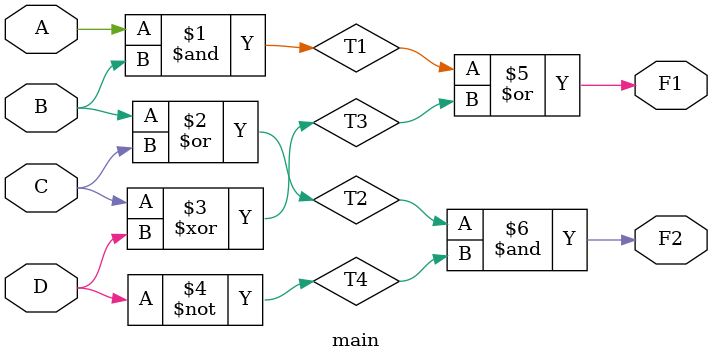
<source format=v>
`timescale 1ns / 1ps

module main(
    input A, B, C, D,
    output F1, F2
);
    // ????? ??????? ????
    wire T1, T2, T3, T4;

    // ?????? ??????? ???? ?? ???? ????????
    assign T1 = A & B;   // T1 = AND(A, B)
    assign T2 = B | C;   // T2 = OR(B, C)
    assign T3 = C ^ D;   // T3 = XOR(C, D)
    assign T4 = ~D;      // T4 = NOT(D)

    // ?????? ????????? ????? ?? ???? ??????? ????
    assign F1 = T1 | T3; // F1 = OR(T1, T3)
    assign F2 = T2 & T4; // F2 = AND(T2, T4)

endmodule

</source>
